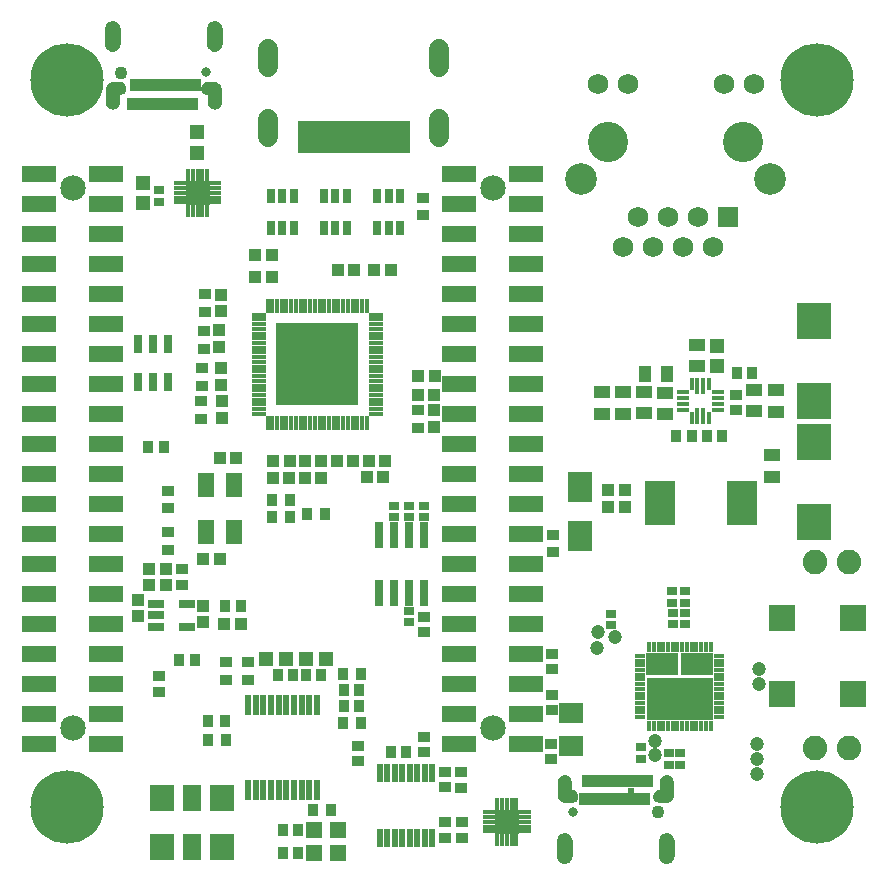
<source format=gbr>
G04 EAGLE Gerber RS-274X export*
G75*
%MOMM*%
%FSLAX34Y34*%
%LPD*%
%INSoldermask Top*%
%IPPOS*%
%AMOC8*
5,1,8,0,0,1.08239X$1,22.5*%
G01*
%ADD10R,2.003200X1.803200*%
%ADD11R,1.103200X0.903200*%
%ADD12R,0.903200X1.103200*%
%ADD13R,0.733200X1.533200*%
%ADD14R,2.993200X1.473200*%
%ADD15C,2.153200*%
%ADD16R,1.203200X0.403200*%
%ADD17R,0.403200X1.203200*%
%ADD18R,6.953200X6.953200*%
%ADD19R,1.403200X2.003200*%
%ADD20R,1.003200X1.103200*%
%ADD21R,1.103200X1.003200*%
%ADD22R,1.117600X0.965200*%
%ADD23R,0.965200X1.117600*%
%ADD24R,1.422400X0.762000*%
%ADD25R,2.003200X2.603200*%
%ADD26R,0.703200X1.253200*%
%ADD27R,0.503200X2.803200*%
%ADD28C,1.701800*%
%ADD29C,1.103200*%
%ADD30R,0.603200X1.703200*%
%ADD31R,2.003200X2.203200*%
%ADD32R,1.603200X2.203200*%
%ADD33R,0.473200X1.103200*%
%ADD34R,0.473200X1.003200*%
%ADD35C,0.803200*%
%ADD36R,1.403200X1.403200*%
%ADD37R,0.553200X1.603200*%
%ADD38C,2.082800*%
%ADD39R,1.303200X1.203200*%
%ADD40R,2.203200X2.203200*%
%ADD41R,0.403200X0.903200*%
%ADD42R,0.903200X0.403200*%
%ADD43R,5.703200X3.603200*%
%ADD44R,2.803200X1.953200*%
%ADD45R,2.753200X1.953200*%
%ADD46R,0.403200X1.003200*%
%ADD47R,1.003200X0.403200*%
%ADD48R,2.003200X2.003200*%
%ADD49R,0.903200X0.803200*%
%ADD50R,1.203200X1.303200*%
%ADD51R,1.403200X1.003200*%
%ADD52R,0.803200X2.173200*%
%ADD53C,1.203200*%
%ADD54R,2.903200X3.153200*%
%ADD55R,1.003200X0.453200*%
%ADD56R,0.453200X1.003200*%
%ADD57R,0.453200X1.403200*%
%ADD58R,1.003200X1.403200*%
%ADD59R,2.653200X3.703200*%
%ADD60R,1.727200X1.727200*%
%ADD61C,1.727200*%
%ADD62C,2.679700*%
%ADD63C,3.403600*%
%ADD64C,6.203200*%
%ADD65C,0.609600*%

G36*
X472233Y58073D02*
X472233Y58073D01*
X472235Y58071D01*
X473308Y58177D01*
X473313Y58182D01*
X473317Y58179D01*
X474349Y58492D01*
X474353Y58497D01*
X474358Y58495D01*
X475309Y59003D01*
X475312Y59010D01*
X475317Y59009D01*
X476150Y59693D01*
X476152Y59700D01*
X476157Y59700D01*
X476841Y60533D01*
X476841Y60540D01*
X476847Y60541D01*
X477355Y61492D01*
X477354Y61499D01*
X477358Y61501D01*
X477671Y62533D01*
X477670Y62537D01*
X477672Y62539D01*
X477671Y62541D01*
X477673Y62542D01*
X477779Y63615D01*
X477775Y63621D01*
X477779Y63625D01*
X477673Y64698D01*
X477668Y64703D01*
X477671Y64707D01*
X477358Y65739D01*
X477353Y65743D01*
X477355Y65748D01*
X476847Y66699D01*
X476840Y66702D01*
X476841Y66707D01*
X476157Y67540D01*
X476150Y67542D01*
X476150Y67547D01*
X475317Y68231D01*
X475310Y68231D01*
X475309Y68237D01*
X474358Y68745D01*
X474351Y68744D01*
X474349Y68748D01*
X473317Y69061D01*
X473311Y69059D01*
X473308Y69063D01*
X472279Y69165D01*
X472279Y75520D01*
X472277Y75523D01*
X472279Y75525D01*
X472164Y76695D01*
X472159Y76701D01*
X472162Y76705D01*
X471820Y77830D01*
X471815Y77835D01*
X471817Y77839D01*
X471262Y78877D01*
X471256Y78880D01*
X471257Y78885D01*
X470511Y79794D01*
X470504Y79796D01*
X470504Y79801D01*
X469595Y80547D01*
X469587Y80547D01*
X469587Y80552D01*
X468549Y81107D01*
X468542Y81106D01*
X468540Y81110D01*
X467415Y81452D01*
X467408Y81449D01*
X467405Y81454D01*
X466235Y81569D01*
X466233Y81568D01*
X466233Y81569D01*
X466227Y81569D01*
X466226Y81568D01*
X466225Y81569D01*
X465055Y81454D01*
X465049Y81449D01*
X465045Y81452D01*
X463920Y81110D01*
X463915Y81105D01*
X463911Y81107D01*
X462873Y80552D01*
X462870Y80546D01*
X462865Y80547D01*
X461956Y79801D01*
X461954Y79794D01*
X461949Y79794D01*
X461203Y78885D01*
X461203Y78877D01*
X461198Y78877D01*
X460643Y77839D01*
X460644Y77832D01*
X460640Y77830D01*
X460598Y77692D01*
X460597Y77692D01*
X460403Y77051D01*
X460298Y76705D01*
X460301Y76698D01*
X460296Y76695D01*
X460181Y75525D01*
X460183Y75522D01*
X460181Y75520D01*
X460181Y64520D01*
X460183Y64517D01*
X460181Y64515D01*
X460296Y63345D01*
X460301Y63339D01*
X460298Y63335D01*
X460640Y62210D01*
X460645Y62205D01*
X460643Y62201D01*
X461198Y61163D01*
X461204Y61160D01*
X461203Y61155D01*
X461949Y60246D01*
X461956Y60244D01*
X461956Y60239D01*
X462865Y59493D01*
X462873Y59493D01*
X462873Y59488D01*
X463407Y59202D01*
X463643Y59009D01*
X463650Y59009D01*
X463651Y59003D01*
X464602Y58495D01*
X464609Y58496D01*
X464611Y58492D01*
X465643Y58179D01*
X465650Y58181D01*
X465652Y58177D01*
X466725Y58071D01*
X466728Y58073D01*
X466730Y58071D01*
X472230Y58071D01*
X472233Y58073D01*
G37*
G36*
X552133Y58073D02*
X552133Y58073D01*
X552135Y58071D01*
X553208Y58177D01*
X553213Y58182D01*
X553217Y58179D01*
X554249Y58492D01*
X554253Y58497D01*
X554258Y58495D01*
X555209Y59003D01*
X555212Y59010D01*
X555217Y59009D01*
X555453Y59202D01*
X555987Y59488D01*
X555990Y59494D01*
X555995Y59493D01*
X556904Y60239D01*
X556906Y60246D01*
X556911Y60246D01*
X557657Y61155D01*
X557657Y61163D01*
X557662Y61163D01*
X558217Y62201D01*
X558216Y62208D01*
X558220Y62210D01*
X558337Y62594D01*
X558531Y63235D01*
X558562Y63335D01*
X558559Y63342D01*
X558564Y63345D01*
X558679Y64515D01*
X558677Y64518D01*
X558679Y64520D01*
X558679Y75520D01*
X558677Y75523D01*
X558679Y75525D01*
X558564Y76695D01*
X558559Y76701D01*
X558562Y76705D01*
X558220Y77830D01*
X558215Y77835D01*
X558217Y77839D01*
X557662Y78877D01*
X557656Y78880D01*
X557657Y78885D01*
X556911Y79794D01*
X556904Y79796D01*
X556904Y79801D01*
X555995Y80547D01*
X555987Y80547D01*
X555987Y80552D01*
X554949Y81107D01*
X554942Y81106D01*
X554940Y81110D01*
X553815Y81452D01*
X553808Y81449D01*
X553805Y81454D01*
X552635Y81569D01*
X552633Y81568D01*
X552633Y81569D01*
X552627Y81569D01*
X552626Y81568D01*
X552625Y81569D01*
X551455Y81454D01*
X551449Y81449D01*
X551445Y81452D01*
X550320Y81110D01*
X550315Y81105D01*
X550311Y81107D01*
X549273Y80552D01*
X549270Y80546D01*
X549265Y80547D01*
X548356Y79801D01*
X548354Y79794D01*
X548349Y79794D01*
X547603Y78885D01*
X547603Y78877D01*
X547598Y78877D01*
X547043Y77839D01*
X547044Y77832D01*
X547040Y77830D01*
X546998Y77692D01*
X546997Y77692D01*
X546803Y77051D01*
X546698Y76705D01*
X546701Y76698D01*
X546696Y76695D01*
X546581Y75525D01*
X546583Y75522D01*
X546581Y75520D01*
X546581Y69165D01*
X545552Y69063D01*
X545547Y69058D01*
X545543Y69061D01*
X544511Y68748D01*
X544507Y68743D01*
X544502Y68745D01*
X543551Y68237D01*
X543548Y68230D01*
X543543Y68231D01*
X542710Y67547D01*
X542708Y67540D01*
X542703Y67540D01*
X542019Y66707D01*
X542019Y66700D01*
X542013Y66699D01*
X541505Y65748D01*
X541506Y65741D01*
X541502Y65739D01*
X541189Y64707D01*
X541191Y64701D01*
X541187Y64698D01*
X541081Y63625D01*
X541085Y63619D01*
X541081Y63615D01*
X541187Y62542D01*
X541192Y62537D01*
X541189Y62533D01*
X541502Y61501D01*
X541507Y61497D01*
X541505Y61492D01*
X542013Y60541D01*
X542020Y60538D01*
X542019Y60533D01*
X542703Y59700D01*
X542710Y59698D01*
X542710Y59693D01*
X543543Y59009D01*
X543550Y59009D01*
X543551Y59003D01*
X544502Y58495D01*
X544509Y58496D01*
X544511Y58492D01*
X545543Y58179D01*
X545550Y58181D01*
X545552Y58177D01*
X546625Y58071D01*
X546628Y58073D01*
X546630Y58071D01*
X552130Y58071D01*
X552133Y58073D01*
G37*
G36*
X84675Y645216D02*
X84675Y645216D01*
X84681Y645221D01*
X84685Y645218D01*
X85810Y645560D01*
X85815Y645565D01*
X85819Y645563D01*
X86857Y646118D01*
X86860Y646124D01*
X86865Y646123D01*
X87774Y646869D01*
X87776Y646876D01*
X87781Y646876D01*
X88527Y647785D01*
X88527Y647793D01*
X88532Y647793D01*
X89087Y648831D01*
X89086Y648838D01*
X89090Y648840D01*
X89207Y649224D01*
X89401Y649865D01*
X89432Y649965D01*
X89429Y649972D01*
X89434Y649975D01*
X89549Y651145D01*
X89547Y651148D01*
X89549Y651150D01*
X89549Y657505D01*
X90578Y657607D01*
X90583Y657612D01*
X90587Y657609D01*
X91619Y657922D01*
X91623Y657927D01*
X91628Y657925D01*
X92579Y658433D01*
X92582Y658440D01*
X92587Y658439D01*
X93420Y659123D01*
X93422Y659130D01*
X93427Y659130D01*
X94111Y659963D01*
X94111Y659970D01*
X94117Y659971D01*
X94625Y660922D01*
X94624Y660929D01*
X94628Y660931D01*
X94941Y661963D01*
X94940Y661967D01*
X94942Y661969D01*
X94941Y661971D01*
X94943Y661972D01*
X95049Y663045D01*
X95045Y663051D01*
X95049Y663055D01*
X94943Y664128D01*
X94938Y664133D01*
X94941Y664137D01*
X94628Y665169D01*
X94623Y665173D01*
X94625Y665178D01*
X94117Y666129D01*
X94110Y666132D01*
X94111Y666137D01*
X93427Y666970D01*
X93420Y666972D01*
X93420Y666977D01*
X92587Y667661D01*
X92580Y667661D01*
X92579Y667667D01*
X91628Y668175D01*
X91621Y668174D01*
X91619Y668178D01*
X90587Y668491D01*
X90581Y668489D01*
X90578Y668493D01*
X89505Y668599D01*
X89502Y668597D01*
X89500Y668599D01*
X84000Y668599D01*
X83997Y668597D01*
X83995Y668599D01*
X82922Y668493D01*
X82917Y668488D01*
X82913Y668491D01*
X81881Y668178D01*
X81877Y668173D01*
X81872Y668175D01*
X80921Y667667D01*
X80918Y667660D01*
X80913Y667661D01*
X80677Y667468D01*
X80143Y667182D01*
X80140Y667176D01*
X80135Y667177D01*
X79226Y666431D01*
X79224Y666424D01*
X79219Y666424D01*
X78473Y665515D01*
X78473Y665507D01*
X78468Y665507D01*
X77913Y664469D01*
X77914Y664462D01*
X77910Y664460D01*
X77868Y664322D01*
X77867Y664322D01*
X77673Y663681D01*
X77568Y663335D01*
X77571Y663328D01*
X77566Y663325D01*
X77451Y662155D01*
X77453Y662152D01*
X77451Y662150D01*
X77451Y651150D01*
X77453Y651147D01*
X77451Y651145D01*
X77566Y649975D01*
X77571Y649969D01*
X77568Y649965D01*
X77910Y648840D01*
X77915Y648835D01*
X77913Y648831D01*
X78468Y647793D01*
X78474Y647790D01*
X78473Y647785D01*
X79219Y646876D01*
X79226Y646874D01*
X79226Y646869D01*
X80135Y646123D01*
X80143Y646123D01*
X80143Y646118D01*
X81181Y645563D01*
X81188Y645564D01*
X81190Y645560D01*
X82315Y645218D01*
X82322Y645221D01*
X82325Y645216D01*
X83495Y645101D01*
X83501Y645105D01*
X83505Y645101D01*
X84675Y645216D01*
G37*
G36*
X171075Y645216D02*
X171075Y645216D01*
X171081Y645221D01*
X171085Y645218D01*
X172210Y645560D01*
X172215Y645565D01*
X172219Y645563D01*
X173257Y646118D01*
X173260Y646124D01*
X173265Y646123D01*
X174174Y646869D01*
X174176Y646876D01*
X174181Y646876D01*
X174927Y647785D01*
X174927Y647793D01*
X174932Y647793D01*
X175487Y648831D01*
X175486Y648838D01*
X175490Y648840D01*
X175607Y649224D01*
X175801Y649865D01*
X175832Y649965D01*
X175829Y649972D01*
X175834Y649975D01*
X175949Y651145D01*
X175947Y651148D01*
X175949Y651150D01*
X175949Y662150D01*
X175947Y662153D01*
X175949Y662155D01*
X175834Y663325D01*
X175829Y663331D01*
X175832Y663335D01*
X175490Y664460D01*
X175485Y664465D01*
X175487Y664469D01*
X174932Y665507D01*
X174926Y665510D01*
X174927Y665515D01*
X174181Y666424D01*
X174174Y666426D01*
X174174Y666431D01*
X173265Y667177D01*
X173257Y667177D01*
X173257Y667182D01*
X172723Y667468D01*
X172487Y667661D01*
X172480Y667661D01*
X172479Y667667D01*
X171528Y668175D01*
X171521Y668174D01*
X171519Y668178D01*
X170487Y668491D01*
X170481Y668489D01*
X170478Y668493D01*
X169405Y668599D01*
X169402Y668597D01*
X169400Y668599D01*
X163900Y668599D01*
X163897Y668597D01*
X163895Y668599D01*
X162822Y668493D01*
X162817Y668488D01*
X162813Y668491D01*
X161781Y668178D01*
X161777Y668173D01*
X161772Y668175D01*
X160821Y667667D01*
X160818Y667660D01*
X160813Y667661D01*
X159980Y666977D01*
X159978Y666970D01*
X159973Y666970D01*
X159289Y666137D01*
X159289Y666130D01*
X159283Y666129D01*
X158775Y665178D01*
X158776Y665171D01*
X158772Y665169D01*
X158459Y664137D01*
X158461Y664131D01*
X158457Y664128D01*
X158351Y663055D01*
X158355Y663049D01*
X158351Y663045D01*
X158457Y661972D01*
X158462Y661967D01*
X158459Y661963D01*
X158772Y660931D01*
X158777Y660927D01*
X158775Y660922D01*
X159283Y659971D01*
X159290Y659968D01*
X159289Y659963D01*
X159973Y659130D01*
X159980Y659128D01*
X159980Y659123D01*
X160813Y658439D01*
X160820Y658439D01*
X160821Y658433D01*
X161772Y657925D01*
X161779Y657926D01*
X161781Y657922D01*
X162813Y657609D01*
X162820Y657611D01*
X162822Y657607D01*
X163851Y657505D01*
X163851Y651150D01*
X163853Y651147D01*
X163851Y651145D01*
X163966Y649975D01*
X163971Y649969D01*
X163968Y649965D01*
X164310Y648840D01*
X164315Y648835D01*
X164313Y648831D01*
X164868Y647793D01*
X164874Y647790D01*
X164873Y647785D01*
X165619Y646876D01*
X165626Y646874D01*
X165626Y646869D01*
X166535Y646123D01*
X166543Y646123D01*
X166543Y646118D01*
X167581Y645563D01*
X167588Y645564D01*
X167590Y645560D01*
X168715Y645218D01*
X168722Y645221D01*
X168725Y645216D01*
X169895Y645101D01*
X169901Y645105D01*
X169905Y645101D01*
X171075Y645216D01*
G37*
G36*
X84773Y694226D02*
X84773Y694226D01*
X84778Y694231D01*
X84782Y694228D01*
X86002Y694598D01*
X86006Y694604D01*
X86011Y694601D01*
X87134Y695202D01*
X87137Y695209D01*
X87142Y695207D01*
X88127Y696016D01*
X88129Y696023D01*
X88134Y696023D01*
X88943Y697008D01*
X88943Y697015D01*
X88948Y697016D01*
X89549Y698139D01*
X89548Y698147D01*
X89552Y698148D01*
X89922Y699368D01*
X89920Y699374D01*
X89924Y699377D01*
X90049Y700645D01*
X90047Y700648D01*
X90049Y700650D01*
X90049Y713650D01*
X90047Y713653D01*
X90049Y713655D01*
X89924Y714923D01*
X89919Y714928D01*
X89922Y714932D01*
X89552Y716152D01*
X89547Y716156D01*
X89549Y716161D01*
X88948Y717284D01*
X88941Y717287D01*
X88943Y717292D01*
X88134Y718277D01*
X88127Y718279D01*
X88127Y718284D01*
X87142Y719093D01*
X87135Y719093D01*
X87134Y719098D01*
X86011Y719699D01*
X86004Y719698D01*
X86002Y719702D01*
X84782Y720072D01*
X84776Y720070D01*
X84773Y720074D01*
X83505Y720199D01*
X83499Y720195D01*
X83495Y720199D01*
X82227Y720074D01*
X82222Y720069D01*
X82218Y720072D01*
X80998Y719702D01*
X80994Y719697D01*
X80989Y719699D01*
X79866Y719098D01*
X79863Y719091D01*
X79858Y719093D01*
X78873Y718284D01*
X78871Y718277D01*
X78866Y718277D01*
X78057Y717292D01*
X78057Y717285D01*
X78052Y717284D01*
X77451Y716161D01*
X77452Y716154D01*
X77448Y716152D01*
X77078Y714932D01*
X77080Y714926D01*
X77076Y714923D01*
X76951Y713655D01*
X76953Y713652D01*
X76951Y713650D01*
X76951Y700650D01*
X76953Y700647D01*
X76951Y700645D01*
X77076Y699377D01*
X77081Y699372D01*
X77078Y699368D01*
X77448Y698148D01*
X77454Y698144D01*
X77451Y698139D01*
X78052Y697016D01*
X78059Y697013D01*
X78057Y697008D01*
X78866Y696023D01*
X78873Y696021D01*
X78873Y696016D01*
X79858Y695207D01*
X79865Y695207D01*
X79866Y695202D01*
X80989Y694601D01*
X80997Y694602D01*
X80998Y694598D01*
X82218Y694228D01*
X82224Y694230D01*
X82227Y694226D01*
X83495Y694101D01*
X83501Y694105D01*
X83505Y694101D01*
X84773Y694226D01*
G37*
G36*
X171173Y694226D02*
X171173Y694226D01*
X171178Y694231D01*
X171182Y694228D01*
X172402Y694598D01*
X172406Y694604D01*
X172411Y694601D01*
X173534Y695202D01*
X173537Y695209D01*
X173542Y695207D01*
X174527Y696016D01*
X174529Y696023D01*
X174534Y696023D01*
X175343Y697008D01*
X175343Y697015D01*
X175348Y697016D01*
X175949Y698139D01*
X175948Y698147D01*
X175952Y698148D01*
X176322Y699368D01*
X176320Y699374D01*
X176324Y699377D01*
X176449Y700645D01*
X176447Y700648D01*
X176449Y700650D01*
X176449Y713650D01*
X176447Y713653D01*
X176449Y713655D01*
X176324Y714923D01*
X176319Y714928D01*
X176322Y714932D01*
X175952Y716152D01*
X175947Y716156D01*
X175949Y716161D01*
X175348Y717284D01*
X175341Y717287D01*
X175343Y717292D01*
X174534Y718277D01*
X174527Y718279D01*
X174527Y718284D01*
X173542Y719093D01*
X173535Y719093D01*
X173534Y719098D01*
X172411Y719699D01*
X172404Y719698D01*
X172402Y719702D01*
X171182Y720072D01*
X171176Y720070D01*
X171173Y720074D01*
X169905Y720199D01*
X169899Y720195D01*
X169895Y720199D01*
X168627Y720074D01*
X168622Y720069D01*
X168618Y720072D01*
X167398Y719702D01*
X167394Y719697D01*
X167389Y719699D01*
X166266Y719098D01*
X166263Y719091D01*
X166258Y719093D01*
X165273Y718284D01*
X165271Y718277D01*
X165266Y718277D01*
X164457Y717292D01*
X164457Y717285D01*
X164452Y717284D01*
X163851Y716161D01*
X163852Y716154D01*
X163848Y716152D01*
X163478Y714932D01*
X163480Y714926D01*
X163476Y714923D01*
X163351Y713655D01*
X163353Y713652D01*
X163351Y713650D01*
X163351Y700650D01*
X163353Y700647D01*
X163351Y700645D01*
X163476Y699377D01*
X163481Y699372D01*
X163478Y699368D01*
X163848Y698148D01*
X163854Y698144D01*
X163851Y698139D01*
X164452Y697016D01*
X164459Y697013D01*
X164457Y697008D01*
X165266Y696023D01*
X165273Y696021D01*
X165273Y696016D01*
X166258Y695207D01*
X166265Y695207D01*
X166266Y695202D01*
X167389Y694601D01*
X167397Y694602D01*
X167398Y694598D01*
X168618Y694228D01*
X168624Y694230D01*
X168627Y694226D01*
X169895Y694101D01*
X169901Y694105D01*
X169905Y694101D01*
X171173Y694226D01*
G37*
G36*
X553903Y6596D02*
X553903Y6596D01*
X553908Y6601D01*
X553912Y6598D01*
X555132Y6968D01*
X555136Y6974D01*
X555141Y6971D01*
X556264Y7572D01*
X556267Y7579D01*
X556272Y7577D01*
X557257Y8386D01*
X557259Y8393D01*
X557264Y8393D01*
X558073Y9378D01*
X558073Y9385D01*
X558078Y9386D01*
X558679Y10509D01*
X558678Y10517D01*
X558682Y10518D01*
X559052Y11738D01*
X559050Y11744D01*
X559054Y11747D01*
X559179Y13015D01*
X559177Y13018D01*
X559179Y13020D01*
X559179Y26020D01*
X559177Y26023D01*
X559179Y26025D01*
X559054Y27293D01*
X559049Y27298D01*
X559052Y27302D01*
X558682Y28522D01*
X558677Y28526D01*
X558679Y28531D01*
X558078Y29654D01*
X558071Y29657D01*
X558073Y29662D01*
X557264Y30647D01*
X557257Y30649D01*
X557257Y30654D01*
X556272Y31463D01*
X556265Y31463D01*
X556264Y31468D01*
X555141Y32069D01*
X555134Y32068D01*
X555132Y32072D01*
X553912Y32442D01*
X553906Y32440D01*
X553903Y32444D01*
X552635Y32569D01*
X552629Y32565D01*
X552625Y32569D01*
X551357Y32444D01*
X551352Y32439D01*
X551348Y32442D01*
X550128Y32072D01*
X550124Y32067D01*
X550119Y32069D01*
X548996Y31468D01*
X548993Y31461D01*
X548988Y31463D01*
X548003Y30654D01*
X548001Y30647D01*
X547996Y30647D01*
X547187Y29662D01*
X547187Y29655D01*
X547182Y29654D01*
X546581Y28531D01*
X546582Y28524D01*
X546578Y28522D01*
X546208Y27302D01*
X546210Y27296D01*
X546206Y27293D01*
X546081Y26025D01*
X546083Y26022D01*
X546081Y26020D01*
X546081Y13020D01*
X546083Y13017D01*
X546081Y13015D01*
X546206Y11747D01*
X546211Y11742D01*
X546208Y11738D01*
X546578Y10518D01*
X546584Y10514D01*
X546581Y10509D01*
X547182Y9386D01*
X547189Y9383D01*
X547187Y9378D01*
X547996Y8393D01*
X548003Y8391D01*
X548003Y8386D01*
X548988Y7577D01*
X548995Y7577D01*
X548996Y7572D01*
X550119Y6971D01*
X550127Y6972D01*
X550128Y6968D01*
X551348Y6598D01*
X551354Y6600D01*
X551357Y6596D01*
X552625Y6471D01*
X552631Y6475D01*
X552635Y6471D01*
X553903Y6596D01*
G37*
G36*
X467503Y6596D02*
X467503Y6596D01*
X467508Y6601D01*
X467512Y6598D01*
X468732Y6968D01*
X468736Y6974D01*
X468741Y6971D01*
X469864Y7572D01*
X469867Y7579D01*
X469872Y7577D01*
X470857Y8386D01*
X470859Y8393D01*
X470864Y8393D01*
X471673Y9378D01*
X471673Y9385D01*
X471678Y9386D01*
X472279Y10509D01*
X472278Y10517D01*
X472282Y10518D01*
X472652Y11738D01*
X472650Y11744D01*
X472654Y11747D01*
X472779Y13015D01*
X472777Y13018D01*
X472779Y13020D01*
X472779Y26020D01*
X472777Y26023D01*
X472779Y26025D01*
X472654Y27293D01*
X472649Y27298D01*
X472652Y27302D01*
X472282Y28522D01*
X472277Y28526D01*
X472279Y28531D01*
X471678Y29654D01*
X471671Y29657D01*
X471673Y29662D01*
X470864Y30647D01*
X470857Y30649D01*
X470857Y30654D01*
X469872Y31463D01*
X469865Y31463D01*
X469864Y31468D01*
X468741Y32069D01*
X468734Y32068D01*
X468732Y32072D01*
X467512Y32442D01*
X467506Y32440D01*
X467503Y32444D01*
X466235Y32569D01*
X466229Y32565D01*
X466225Y32569D01*
X464957Y32444D01*
X464952Y32439D01*
X464948Y32442D01*
X463728Y32072D01*
X463724Y32067D01*
X463719Y32069D01*
X462596Y31468D01*
X462593Y31461D01*
X462588Y31463D01*
X461603Y30654D01*
X461601Y30647D01*
X461596Y30647D01*
X460787Y29662D01*
X460787Y29655D01*
X460782Y29654D01*
X460181Y28531D01*
X460182Y28524D01*
X460178Y28522D01*
X459808Y27302D01*
X459810Y27296D01*
X459806Y27293D01*
X459681Y26025D01*
X459683Y26022D01*
X459681Y26020D01*
X459681Y13020D01*
X459683Y13017D01*
X459681Y13015D01*
X459806Y11747D01*
X459811Y11742D01*
X459808Y11738D01*
X460178Y10518D01*
X460184Y10514D01*
X460181Y10509D01*
X460782Y9386D01*
X460789Y9383D01*
X460787Y9378D01*
X461596Y8393D01*
X461603Y8391D01*
X461603Y8386D01*
X462588Y7577D01*
X462595Y7577D01*
X462596Y7572D01*
X463719Y6971D01*
X463727Y6972D01*
X463728Y6968D01*
X464948Y6598D01*
X464954Y6600D01*
X464957Y6596D01*
X466225Y6471D01*
X466231Y6475D01*
X466235Y6471D01*
X467503Y6596D01*
G37*
D10*
X471051Y106203D03*
X471051Y134203D03*
D11*
X454744Y108351D03*
X454744Y95351D03*
D12*
X126556Y359586D03*
X113556Y359586D03*
D13*
X105256Y414826D03*
X117956Y414826D03*
X130656Y414826D03*
X130656Y446830D03*
X117956Y446830D03*
X105256Y446830D03*
D14*
X433550Y108250D03*
X376450Y108250D03*
X433550Y133650D03*
X376450Y133650D03*
X433550Y159050D03*
X376450Y159050D03*
X433550Y184450D03*
X376450Y184450D03*
X433550Y209850D03*
X376450Y209850D03*
X433550Y235250D03*
X376450Y235250D03*
X433550Y260650D03*
X376450Y260650D03*
X433550Y286050D03*
X376450Y286050D03*
X433550Y311450D03*
X376450Y311450D03*
X433550Y336850D03*
X376450Y336850D03*
X433550Y362250D03*
X376450Y362250D03*
X433550Y387650D03*
X376450Y387650D03*
X433550Y413050D03*
X376450Y413050D03*
X433550Y438450D03*
X376450Y438450D03*
X433550Y463850D03*
X376450Y463850D03*
X433550Y489250D03*
X376450Y489250D03*
X433550Y514650D03*
X376450Y514650D03*
X433550Y540050D03*
X376450Y540050D03*
X433550Y565450D03*
X376450Y565450D03*
X433550Y590850D03*
X376450Y590850D03*
X77950Y108250D03*
X20850Y108250D03*
X77950Y133650D03*
X20850Y133650D03*
X77950Y159050D03*
X20850Y159050D03*
X77950Y184450D03*
X20850Y184450D03*
X77950Y209850D03*
X20850Y209850D03*
X77950Y235250D03*
X20850Y235250D03*
X77950Y260650D03*
X20850Y260650D03*
X77950Y286050D03*
X20850Y286050D03*
X77950Y311450D03*
X20850Y311450D03*
X77950Y336850D03*
X20850Y336850D03*
X77950Y362250D03*
X20850Y362250D03*
X77950Y387650D03*
X20850Y387650D03*
X77950Y413050D03*
X20850Y413050D03*
X77950Y438450D03*
X20850Y438450D03*
X77950Y463850D03*
X20850Y463850D03*
X77950Y489250D03*
X20850Y489250D03*
X77950Y514650D03*
X20850Y514650D03*
X77950Y540050D03*
X20850Y540050D03*
X77950Y565450D03*
X20850Y565450D03*
X77950Y590850D03*
X20850Y590850D03*
D15*
X405000Y578600D03*
X405000Y121400D03*
X49400Y121400D03*
X49400Y578600D03*
D16*
X306056Y387496D03*
X306056Y391496D03*
X306056Y395496D03*
X306056Y399496D03*
X306056Y403496D03*
X306056Y407496D03*
X306056Y411496D03*
X306056Y415496D03*
X306056Y419496D03*
X306056Y423496D03*
X306056Y427496D03*
X306056Y431496D03*
X306056Y435496D03*
X306056Y439496D03*
X306056Y443496D03*
X306056Y447496D03*
X306056Y451496D03*
X306056Y455496D03*
X306056Y459496D03*
X306056Y463496D03*
X306056Y467496D03*
X306056Y471496D03*
D17*
X298556Y478996D03*
X294556Y478996D03*
X290556Y478996D03*
X286556Y478996D03*
X282556Y478996D03*
X278556Y478996D03*
X274556Y478996D03*
X270556Y478996D03*
X266556Y478996D03*
X262556Y478996D03*
X258556Y478996D03*
X254556Y478996D03*
X250556Y478996D03*
X246556Y478996D03*
X242556Y478996D03*
X238556Y478996D03*
X234556Y478996D03*
X230556Y478996D03*
X226556Y478996D03*
X222556Y478996D03*
X218556Y478996D03*
X214556Y478996D03*
D16*
X207056Y471496D03*
X207056Y467496D03*
X207056Y463496D03*
X207056Y459496D03*
X207056Y455496D03*
X207056Y451496D03*
X207056Y447496D03*
X207056Y443496D03*
X207056Y439496D03*
X207056Y435496D03*
X207056Y431496D03*
X207056Y427496D03*
X207056Y423496D03*
X207056Y419496D03*
X207056Y415496D03*
X207056Y411496D03*
X207056Y407496D03*
X207056Y403496D03*
X207056Y399496D03*
X207056Y395496D03*
X207056Y391496D03*
X207056Y387496D03*
D17*
X214556Y379996D03*
X218556Y379996D03*
X222556Y379996D03*
X226556Y379996D03*
X230556Y379996D03*
X234556Y379996D03*
X238556Y379996D03*
X242556Y379996D03*
X246556Y379996D03*
X250556Y379996D03*
X254556Y379996D03*
X258556Y379996D03*
X262556Y379996D03*
X266556Y379996D03*
X270556Y379996D03*
X274556Y379996D03*
X278556Y379996D03*
X282556Y379996D03*
X286556Y379996D03*
X290556Y379996D03*
X294556Y379996D03*
X298556Y379996D03*
D18*
X256556Y429496D03*
D19*
X162166Y327406D03*
X162166Y287406D03*
X186166Y287406D03*
X186166Y327406D03*
D20*
X188166Y350406D03*
X174166Y350406D03*
X160166Y264406D03*
X174166Y264406D03*
D12*
X248094Y302666D03*
X263094Y302666D03*
D11*
X130056Y322496D03*
X130056Y307496D03*
X130056Y272496D03*
X130056Y287496D03*
X342306Y375906D03*
X342306Y390906D03*
D21*
X355306Y390406D03*
X355306Y376406D03*
D11*
X161306Y473906D03*
X161306Y488906D03*
X160556Y442496D03*
X160556Y457496D03*
X158786Y426496D03*
X158786Y411496D03*
X158516Y383496D03*
X158516Y398496D03*
D12*
X218666Y314406D03*
X233666Y314406D03*
X218666Y300406D03*
X233666Y300406D03*
D20*
X341806Y403906D03*
X355806Y403906D03*
X305056Y508996D03*
X319056Y508996D03*
D21*
X175306Y488406D03*
X175306Y474406D03*
X173246Y444266D03*
X173246Y458266D03*
X176056Y397996D03*
X176056Y383996D03*
X175056Y411996D03*
X175056Y425996D03*
X114504Y256556D03*
X114504Y242556D03*
D20*
X274056Y508996D03*
X288056Y508996D03*
X218056Y521996D03*
X204056Y521996D03*
D21*
X128504Y256556D03*
X128504Y242556D03*
D20*
X342306Y419406D03*
X356306Y419406D03*
X218056Y502996D03*
X204056Y502996D03*
X192056Y209996D03*
X178056Y209996D03*
X233166Y347406D03*
X219166Y347406D03*
X233056Y333396D03*
X219056Y333396D03*
X273166Y347406D03*
X287166Y347406D03*
X246166Y347406D03*
X260166Y347406D03*
X246166Y333406D03*
X260166Y333406D03*
X300166Y347406D03*
X314166Y347406D03*
X298666Y333806D03*
X312666Y333806D03*
D22*
X142504Y256414D03*
X142504Y242698D03*
D23*
X191914Y224996D03*
X178198Y224996D03*
D24*
X120055Y226496D03*
X120055Y216996D03*
X120055Y207344D03*
X146264Y207344D03*
X146264Y226496D03*
D25*
X478946Y284516D03*
X478946Y325516D03*
D21*
X160056Y224996D03*
X160056Y210996D03*
X105056Y229996D03*
X105056Y215996D03*
D22*
X456504Y270948D03*
X456504Y284664D03*
D21*
X502446Y322984D03*
X502446Y308984D03*
X516836Y322984D03*
X516836Y308984D03*
D26*
X217556Y544996D03*
X227056Y544996D03*
X236556Y544996D03*
X236556Y571996D03*
X227056Y571996D03*
X217556Y571996D03*
X262556Y544996D03*
X272056Y544996D03*
X281556Y544996D03*
X281556Y571996D03*
X272056Y571996D03*
X262556Y571996D03*
X307556Y544996D03*
X317056Y544996D03*
X326556Y544996D03*
X326556Y571996D03*
X317056Y571996D03*
X307556Y571996D03*
D27*
X242500Y621896D03*
X247500Y621896D03*
X252500Y621896D03*
X257500Y621896D03*
X262500Y621896D03*
X267500Y621896D03*
X272500Y621896D03*
X277500Y621896D03*
X282500Y621896D03*
X287500Y621896D03*
X292500Y621896D03*
X297500Y621896D03*
X302500Y621896D03*
X307500Y621896D03*
X312500Y621896D03*
X317500Y621896D03*
X322500Y621896D03*
X327500Y621896D03*
X332500Y621896D03*
D28*
X360000Y681603D02*
X360000Y696589D01*
X215000Y696589D02*
X215000Y681603D01*
X215000Y636989D02*
X215000Y622003D01*
X360000Y622003D02*
X360000Y636989D01*
D29*
X360000Y621996D03*
X360000Y636996D03*
X360000Y626496D03*
X360000Y632496D03*
X360000Y681496D03*
X360000Y696496D03*
X360000Y685996D03*
X360000Y691996D03*
X215000Y621996D03*
X215000Y636996D03*
X215000Y626496D03*
X215000Y632496D03*
X215000Y681496D03*
X215000Y685996D03*
X215000Y696496D03*
X215000Y691996D03*
D11*
X346056Y555496D03*
X346056Y570496D03*
D30*
X256350Y141250D03*
X249850Y141250D03*
X243350Y141250D03*
X236850Y141250D03*
X230350Y141250D03*
X223850Y141250D03*
X217350Y141250D03*
X210850Y141250D03*
X204350Y141250D03*
X197850Y141250D03*
X197850Y68750D03*
X204350Y68750D03*
X210850Y68750D03*
X217350Y68750D03*
X223850Y68750D03*
X230350Y68750D03*
X236850Y68750D03*
X243350Y68750D03*
X249850Y68750D03*
X256350Y68750D03*
D12*
X235950Y166750D03*
X222950Y166750D03*
X247050Y166750D03*
X260050Y166750D03*
D31*
X176300Y20500D03*
X176300Y62500D03*
X125500Y62500D03*
X125500Y20500D03*
D32*
X150900Y20500D03*
X150900Y62500D03*
D33*
X152950Y649650D03*
X147950Y649650D03*
X142950Y649650D03*
X137950Y649650D03*
X132950Y649650D03*
X127950Y649650D03*
X122950Y649650D03*
X117950Y649650D03*
X112950Y649650D03*
X107950Y649650D03*
X102950Y649650D03*
X97950Y649650D03*
D34*
X100450Y665650D03*
X105450Y665650D03*
X110450Y665650D03*
X115450Y665650D03*
X120450Y665650D03*
X125450Y665650D03*
X130450Y665650D03*
X135450Y665650D03*
X140450Y665650D03*
X145450Y665650D03*
X150450Y665650D03*
X155450Y665650D03*
D29*
X90700Y676000D03*
D35*
X162700Y676650D03*
D33*
X483180Y77020D03*
X488180Y77020D03*
X493180Y77020D03*
X498180Y77020D03*
X503180Y77020D03*
X508180Y77020D03*
X513180Y77020D03*
X518180Y77020D03*
X523180Y77020D03*
X528180Y77020D03*
X533180Y77020D03*
X538180Y77020D03*
D34*
X535680Y61020D03*
X530680Y61020D03*
X525680Y61020D03*
X520680Y61020D03*
X515680Y61020D03*
X510680Y61020D03*
X505680Y61020D03*
X500680Y61020D03*
X495680Y61020D03*
X490680Y61020D03*
X485680Y61020D03*
X480680Y61020D03*
D29*
X545430Y50670D03*
D35*
X473430Y50020D03*
D12*
X227500Y15600D03*
X240500Y15600D03*
D36*
X274500Y15600D03*
X253500Y15600D03*
D12*
X227500Y35100D03*
X240500Y35100D03*
D36*
X274500Y35100D03*
X253500Y35100D03*
D11*
X346670Y101000D03*
X346670Y114000D03*
D12*
X331800Y101210D03*
X318800Y101210D03*
D37*
X309375Y28350D03*
X315725Y28350D03*
X322075Y28350D03*
X328425Y28350D03*
X334775Y28350D03*
X341125Y28350D03*
X347475Y28350D03*
X353825Y28350D03*
X353825Y83850D03*
X347475Y83850D03*
X341125Y83850D03*
X334775Y83850D03*
X328425Y83850D03*
X322075Y83850D03*
X315725Y83850D03*
X309375Y83850D03*
D11*
X291500Y106300D03*
X291500Y93300D03*
X364490Y28640D03*
X364490Y41640D03*
X364370Y84460D03*
X364370Y71460D03*
X379340Y41610D03*
X379340Y28610D03*
X378490Y71160D03*
X378490Y84160D03*
D12*
X178750Y127090D03*
X163750Y127090D03*
X179260Y111060D03*
X164260Y111060D03*
X278710Y126180D03*
X293710Y126180D03*
X278490Y167680D03*
X293490Y167680D03*
D11*
X455000Y136500D03*
X455000Y149500D03*
X455000Y184500D03*
X455000Y171500D03*
D12*
X291950Y153920D03*
X278950Y153920D03*
X291830Y139960D03*
X278830Y139960D03*
D22*
X123000Y165358D03*
X123000Y151642D03*
D38*
X706778Y104480D03*
X677822Y104480D03*
D11*
X179700Y177400D03*
X179700Y162400D03*
X197550Y162400D03*
X197550Y177400D03*
D39*
X230250Y180350D03*
X213250Y180350D03*
X246750Y180350D03*
X263750Y180350D03*
D40*
X650000Y214460D03*
X710000Y214460D03*
X650000Y150340D03*
X710000Y150340D03*
D41*
X589610Y190190D03*
X585610Y190190D03*
X581610Y190190D03*
X577610Y190190D03*
X573610Y190190D03*
X569610Y190190D03*
X565610Y190190D03*
X561610Y190190D03*
X557610Y190190D03*
X553610Y190190D03*
X549610Y190190D03*
X545610Y190190D03*
X541610Y190190D03*
X537610Y190190D03*
D42*
X530110Y182690D03*
X530110Y178690D03*
X530110Y174690D03*
X530110Y170690D03*
X530110Y166690D03*
X530110Y162690D03*
X530110Y158690D03*
X530110Y154690D03*
X530110Y150690D03*
X530110Y146690D03*
X530110Y142690D03*
X530110Y138690D03*
X530110Y134690D03*
X530110Y130690D03*
D41*
X537610Y123190D03*
X541610Y123190D03*
X545610Y123190D03*
X549610Y123190D03*
X553610Y123190D03*
X557610Y123190D03*
X561610Y123190D03*
X565610Y123190D03*
X569610Y123190D03*
X573610Y123190D03*
X577610Y123190D03*
X581610Y123190D03*
X585610Y123190D03*
X589610Y123190D03*
D42*
X597110Y130690D03*
X597110Y134690D03*
X597110Y138690D03*
X597110Y142690D03*
X597110Y146690D03*
X597110Y150690D03*
X597110Y154690D03*
X597110Y158690D03*
X597110Y162690D03*
X597110Y166690D03*
X597110Y170690D03*
X597110Y174690D03*
X597110Y178690D03*
X597110Y182690D03*
D43*
X563610Y146190D03*
D44*
X578110Y175440D03*
D45*
X548860Y175440D03*
D46*
X163240Y559660D03*
X159240Y559660D03*
X155240Y559660D03*
X151240Y559660D03*
X147240Y559660D03*
X163240Y589660D03*
X159240Y589660D03*
X155240Y589660D03*
X151240Y589660D03*
X147240Y589660D03*
D47*
X170240Y574660D03*
X170240Y570660D03*
X170240Y566660D03*
X170240Y578660D03*
X170240Y582660D03*
X140240Y574660D03*
X140240Y570660D03*
X140240Y566660D03*
X140240Y578660D03*
X140240Y582660D03*
D48*
X155240Y574660D03*
D47*
X402120Y34130D03*
X402120Y38130D03*
X402120Y42130D03*
X402120Y46130D03*
X402120Y50130D03*
X432120Y34130D03*
X432120Y38130D03*
X432120Y42130D03*
X432120Y46130D03*
X432120Y50130D03*
D46*
X417120Y27130D03*
X413120Y27130D03*
X409120Y27130D03*
X421120Y27130D03*
X425120Y27130D03*
X417120Y57130D03*
X413120Y57130D03*
X409120Y57130D03*
X421120Y57130D03*
X425120Y57130D03*
D48*
X417120Y42130D03*
D49*
X568160Y219180D03*
X568160Y209180D03*
X568160Y237690D03*
X568160Y227690D03*
X557470Y219180D03*
X557470Y209180D03*
X557370Y237760D03*
X557370Y227760D03*
X554200Y100528D03*
X554200Y90528D03*
X563958Y100530D03*
X563958Y90530D03*
X504960Y218460D03*
X504960Y208460D03*
D50*
X155070Y625790D03*
X155070Y608790D03*
X109410Y583370D03*
X109410Y566370D03*
D49*
X122220Y576700D03*
X122220Y566700D03*
D51*
X641750Y334410D03*
X641750Y352410D03*
D52*
X346710Y284750D03*
X334010Y284750D03*
X321310Y284750D03*
X308610Y284750D03*
X308610Y235900D03*
X321310Y235900D03*
X334010Y235900D03*
X346710Y235900D03*
D49*
X321310Y299800D03*
X321310Y309800D03*
X334010Y299800D03*
X334010Y309800D03*
X346710Y299800D03*
X346710Y309800D03*
X334010Y220900D03*
X334010Y210900D03*
D11*
X346710Y202900D03*
X346710Y215900D03*
D53*
X508740Y198810D03*
X494380Y202810D03*
X542390Y110690D03*
X542850Y98600D03*
X493750Y189440D03*
X629240Y82870D03*
X628820Y95410D03*
X628880Y108050D03*
X630510Y158810D03*
X630470Y171640D03*
D49*
X530726Y105620D03*
X530726Y95620D03*
D12*
X252850Y52070D03*
X267850Y52070D03*
D23*
X152908Y179070D03*
X139192Y179070D03*
D54*
X677500Y363750D03*
X677500Y296250D03*
X677500Y398750D03*
X677500Y466250D03*
D51*
X644820Y407460D03*
X644820Y389460D03*
X626340Y407780D03*
X626340Y389780D03*
D11*
X610860Y390370D03*
X610860Y403370D03*
D12*
X624754Y421960D03*
X611754Y421960D03*
D55*
X595540Y390720D03*
X595540Y395720D03*
X595540Y400720D03*
X595540Y405720D03*
D56*
X588540Y412720D03*
D57*
X583540Y410720D03*
X578540Y410720D03*
D56*
X573540Y412720D03*
D55*
X566540Y405720D03*
X566540Y400720D03*
X566540Y395720D03*
X566540Y390720D03*
D56*
X573540Y383720D03*
D57*
X578540Y385720D03*
X583540Y385720D03*
D56*
X588540Y383720D03*
D58*
X534460Y420960D03*
X552460Y420960D03*
D51*
X577980Y446010D03*
X577980Y428010D03*
D39*
X595300Y428150D03*
X595300Y445150D03*
D51*
X550630Y405490D03*
X550630Y387490D03*
X532850Y405880D03*
X532850Y387880D03*
X497570Y405740D03*
X497570Y387740D03*
X515050Y405660D03*
X515050Y387660D03*
D12*
X599688Y368772D03*
X586688Y368772D03*
X560640Y368770D03*
X573640Y368770D03*
D59*
X616600Y312020D03*
X547100Y312020D03*
D60*
X604450Y554228D03*
D61*
X591750Y528828D03*
X579050Y554228D03*
X566350Y528828D03*
X553650Y554228D03*
X540950Y528828D03*
X528250Y554228D03*
X515550Y528828D03*
D62*
X640010Y585978D03*
X479990Y585978D03*
D61*
X493960Y666750D03*
X519360Y666750D03*
X626040Y666750D03*
X600640Y666750D03*
D63*
X617150Y617728D03*
X502850Y617728D03*
D38*
X706778Y262500D03*
X677822Y262500D03*
D64*
X45000Y670000D03*
X680000Y55000D03*
X45000Y55000D03*
X680000Y670000D03*
D65*
X522236Y68554D03*
M02*

</source>
